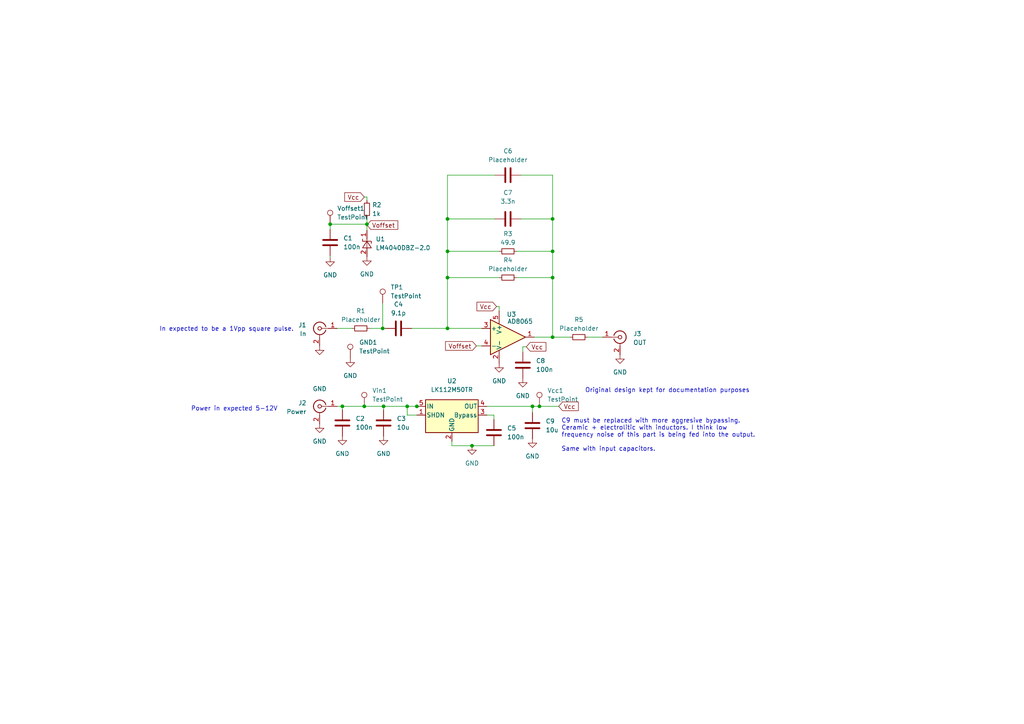
<source format=kicad_sch>
(kicad_sch (version 20230121) (generator eeschema)
  (paper "A4")
  (lib_symbols
    (symbol "Amplifier_Operational:ADA4610-1xRJ" (pin_names (offset 0.127))
      (property "Reference" "U" (at -1.27 6.35 0))
      (property "Value" "ADA4610-1xRJ" (at -1.27 3.81 0))
      (symbol "ADA4610-1xRJ_0_1"
        (polyline (pts (xy -5.08 5.08) (xy 5.08 0) (xy -5.08 -5.08) (xy -5.08 5.08)) (stroke (width 0.254)) (fill (type background)))
        (pin power_in line (at -2.54 -7.62 90) (length 3.81) (name "V-") (number "2"))
        (pin power_in line (at -2.54 7.62 270) (length 3.81) (name "V+") (number "5"))
      )
      (symbol "ADA4610-1xRJ_1_1"
        (pin output line (at 7.62 0 180) (length 2.54) (name "~") (number "1"))
        (pin input line (at -7.62 2.54 0) (length 2.54) (name "+") (number "3"))
        (pin input line (at -7.62 -2.54 0) (length 2.54) (name "-") (number "4"))
      )
    )
    (symbol "Connector:Conn_Coaxial" (pin_names (offset 1.016) hide)
      (property "Reference" "J" (at 0.254 3.048 0))
      (property "Value" "Conn_Coaxial" (at 2.921 0 90))
      (symbol "Conn_Coaxial_0_1"
        (arc (start -1.778 -0.508) (mid 0.2311 -1.8066) (end 1.778 0) (stroke (width 0.254)))
        (polyline (pts (xy -2.54 0) (xy -0.508 0)))
        (polyline (pts (xy 0 -2.54) (xy 0 -1.778)))
        (circle (center 0 0) (radius 0.508) (stroke (width 0.2032)))
        (arc (start 1.778 0) (mid 0.2099 1.8101) (end -1.778 0.508) (stroke (width 0.254)))
      )
      (symbol "Conn_Coaxial_1_1"
        (pin passive line (at -5.08 0 0) (length 2.54) (name "In") (number "1"))
        (pin passive line (at 0 -5.08 90) (length 2.54) (name "Ext") (number "2"))
      )
    )
    (symbol "Connector:TestPoint" (pin_numbers hide) (pin_names (offset 0.762) hide)
      (property "Reference" "TP" (at 0 6.858 0))
      (property "Value" "TestPoint" (at 0 5.08 0))
      (symbol "TestPoint_0_1"
        (circle (center 0 3.302) (radius 0.762))
      )
      (symbol "TestPoint_1_1"
        (pin passive line (at 0 0 90) (length 2.54) (name "1") (number "1"))
      )
    )
    (symbol "Device:C" (pin_numbers hide) (pin_names (offset 0.254))
      (property "Reference" "C" (at 0.635 2.54 0))
      (property "Value" "C" (at 0.635 -2.54 0))
      (symbol "C_0_1"
        (polyline (pts (xy -2.032 -0.762) (xy 2.032 -0.762)) (stroke (width 0.508)))
        (polyline (pts (xy -2.032 0.762) (xy 2.032 0.762)) (stroke (width 0.508)))
      )
      (symbol "C_1_1"
        (pin passive line (at 0 3.81 270) (length 2.794) (name "~") (number "1"))
        (pin passive line (at 0 -3.81 90) (length 2.794) (name "~") (number "2"))
      )
    )
    (symbol "Device:R_Small" (pin_numbers hide) (pin_names (offset 0.254) hide)
      (property "Reference" "R" (at 0.762 0.508 0))
      (property "Value" "R_Small" (at 0.762 -1.016 0))
      (symbol "R_Small_0_1"
        (rectangle (start -0.762 1.778) (end 0.762 -1.778) (stroke (width 0.2032)))
      )
      (symbol "R_Small_1_1"
        (pin passive line (at 0 2.54 270) (length 0.762) (name "~") (number "1"))
        (pin passive line (at 0 -2.54 90) (length 0.762) (name "~") (number "2"))
      )
    )
    (symbol "Reference_Voltage:LM4040DBZ-2.0" (pin_names (offset 0.0254) hide)
      (property "Reference" "U" (at 0 2.54 0))
      (property "Value" "LM4040DBZ-2.0" (at 0 -3.175 0))
      (symbol "LM4040DBZ-2.0_0_1"
        (polyline (pts (xy -1.27 0) (xy 0 0) (xy 1.27 0)))
        (polyline (pts (xy -1.27 -1.27) (xy 0.635 0) (xy -1.27 1.27) (xy -1.27 -1.27)) (stroke (width 0.2032)))
        (polyline (pts (xy 0 -1.27) (xy 0.635 -1.27) (xy 0.635 1.27) (xy 1.27 1.27)) (stroke (width 0.2032)))
      )
      (symbol "LM4040DBZ-2.0_1_1"
        (pin passive line (at 3.81 0 180) (length 2.54) (name "K") (number "1"))
        (pin passive line (at -3.81 0 0) (length 2.54) (name "A") (number "2"))
      )
    )
    (symbol "Regulator_Linear:LK112M50TR" (pin_names (offset 0.254))
      (property "Reference" "U" (at -6.35 5.715 0))
      (property "Value" "LK112M50TR" (at 0 5.715 0))
      (symbol "LK112M50TR_0_1"
        (rectangle (start -7.62 4.445) (end 7.62 -5.08) (stroke (width 0.254)) (fill (type background)))
      )
      (symbol "LK112M50TR_1_1"
        (pin input line (at -10.16 0 0) (length 2.54) (name "SHDN") (number "1"))
        (pin power_in line (at 0 -7.62 90) (length 2.54) (name "GND") (number "2"))
        (pin passive line (at 10.16 0 180) (length 2.54) (name "Bypass") (number "3"))
        (pin power_out line (at 10.16 2.54 180) (length 2.54) (name "OUT") (number "4"))
        (pin power_in line (at -10.16 2.54 0) (length 2.54) (name "IN") (number "5"))
      )
    )
    (symbol "power:GND" (power) (pin_names (offset 0))
      (property "Value" "GND" (at 0 -3.81 0))
      (symbol "GND_0_1"
        (polyline (pts (xy 0 0) (xy 0 -1.27) (xy 1.27 -1.27) (xy 0 -2.54) (xy -1.27 -1.27) (xy 0 -1.27)))
      )
      (symbol "GND_1_1"
        (pin power_in line (at 0 0 270) (length 0) hide (name "GND") (number "1"))
      )
    )
  )
  (junction (at 111.252 117.856))
  (junction (at 156.464 117.856))
  (junction (at 129.794 72.898))
  (junction (at 154.432 117.856))
  (junction (at 160.274 97.79))
  (junction (at 95.758 65.024))
  (junction (at 99.314 117.856))
  (junction (at 106.426 65.024))
  (junction (at 160.274 63.5))
  (junction (at 160.274 80.518))
  (junction (at 120.904 117.856))
  (junction (at 105.664 117.856))
  (junction (at 118.11 117.856))
  (junction (at 136.906 129.286))
  (junction (at 160.274 72.898))
  (junction (at 110.998 95.25))
  (junction (at 129.794 95.25))
  (junction (at 129.794 80.518))
  (junction (at 129.794 63.5))
  (wire (pts (xy 129.794 80.518) (xy 129.794 95.25)))
  (wire (pts (xy 160.274 72.898) (xy 160.274 80.518)))
  (wire (pts (xy 105.664 117.856) (xy 99.314 117.856)))
  (wire (pts (xy 120.904 120.396) (xy 118.11 120.396)))
  (wire (pts (xy 121.158 117.856) (xy 120.904 117.856)))
  (wire (pts (xy 97.79 95.25) (xy 102.108 95.25)))
  (wire (pts (xy 156.464 117.856) (xy 162.052 117.856)))
  (wire (pts (xy 106.426 65.024) (xy 106.426 66.802)))
  (wire (pts (xy 111.252 117.856) (xy 105.664 117.856)))
  (wire (pts (xy 144.78 88.9) (xy 144.78 90.17)))
  (wire (pts (xy 118.11 117.856) (xy 111.252 117.856)))
  (wire (pts (xy 160.274 97.79) (xy 165.354 97.79)))
  (wire (pts (xy 95.758 65.024) (xy 106.426 65.024)))
  (wire (pts (xy 129.794 63.5) (xy 129.794 72.898)))
  (wire (pts (xy 106.426 63.246) (xy 106.426 65.024)))
  (wire (pts (xy 143.256 121.666) (xy 143.256 120.396)))
  (wire (pts (xy 129.794 95.25) (xy 139.7 95.25)))
  (wire (pts (xy 151.638 100.584) (xy 152.654 100.584)))
  (wire (pts (xy 95.758 66.548) (xy 95.758 65.024)))
  (wire (pts (xy 110.998 95.25) (xy 111.76 95.25)))
  (wire (pts (xy 105.664 57.15) (xy 106.426 57.15)))
  (wire (pts (xy 160.274 63.5) (xy 160.274 72.898)))
  (wire (pts (xy 129.794 63.5) (xy 143.51 63.5)))
  (wire (pts (xy 129.794 80.518) (xy 144.78 80.518)))
  (wire (pts (xy 129.794 72.898) (xy 144.78 72.898)))
  (wire (pts (xy 129.794 50.8) (xy 129.794 63.5)))
  (wire (pts (xy 99.314 118.872) (xy 99.314 117.856)))
  (wire (pts (xy 149.86 72.898) (xy 160.274 72.898)))
  (wire (pts (xy 131.064 128.016) (xy 131.064 129.286)))
  (wire (pts (xy 121.158 118.11) (xy 121.158 117.856)))
  (wire (pts (xy 143.256 129.286) (xy 136.906 129.286)))
  (wire (pts (xy 119.38 95.25) (xy 129.794 95.25)))
  (wire (pts (xy 143.256 120.396) (xy 141.224 120.396)))
  (wire (pts (xy 120.904 117.856) (xy 118.11 117.856)))
  (wire (pts (xy 160.274 50.8) (xy 160.274 63.5)))
  (wire (pts (xy 129.794 72.898) (xy 129.794 80.518)))
  (wire (pts (xy 154.432 117.856) (xy 156.464 117.856)))
  (wire (pts (xy 138.176 100.33) (xy 139.7 100.33)))
  (wire (pts (xy 111.252 117.856) (xy 111.252 118.872)))
  (wire (pts (xy 149.86 80.518) (xy 160.274 80.518)))
  (wire (pts (xy 129.794 50.8) (xy 143.51 50.8)))
  (wire (pts (xy 160.274 97.79) (xy 154.94 97.79)))
  (wire (pts (xy 110.998 87.884) (xy 110.998 95.25)))
  (wire (pts (xy 151.638 100.584) (xy 151.638 102.108)))
  (wire (pts (xy 160.274 80.518) (xy 160.274 97.79)))
  (wire (pts (xy 144.018 88.9) (xy 144.78 88.9)))
  (wire (pts (xy 106.426 57.15) (xy 106.426 58.166)))
  (wire (pts (xy 151.13 50.8) (xy 160.274 50.8)))
  (wire (pts (xy 95.758 74.168) (xy 95.758 74.676)))
  (wire (pts (xy 151.13 63.5) (xy 160.274 63.5)))
  (wire (pts (xy 170.434 97.79) (xy 174.752 97.79)))
  (wire (pts (xy 118.11 120.396) (xy 118.11 117.856)))
  (wire (pts (xy 99.314 117.856) (xy 97.79 117.856)))
  (wire (pts (xy 136.906 129.286) (xy 131.064 129.286)))
  (wire (pts (xy 141.224 117.856) (xy 154.432 117.856)))
  (wire (pts (xy 107.188 95.25) (xy 110.998 95.25)))
  (wire (pts (xy 154.432 117.856) (xy 154.432 119.634)))
  (text "C9 must be replaced with more aggresive bypassing.\nCeramic + electrolitic with inductors. I think low\nfrequency noise of this part is being fed into the output.\n\nSame with input capacitors.\n" (at 162.814 131.064 0) (effects (font (size 1.27 1.27)) (justify left bottom)))
  (text "Original design kept for documentation purposes" (at 169.672 114.046 0) (effects (font (size 1.27 1.27)) (justify left bottom)))
  (text "Power in expected 5-12V" (at 55.372 119.38 0) (effects (font (size 1.27 1.27)) (justify left bottom)))
  (text "In expected to be a 1Vpp square pulse." (at 46.228 96.266 0) (effects (font (size 1.27 1.27)) (justify left bottom)))
  (global_label "Voffset" (shape input) (at 106.426 65.278 0) (property "Intersheetrefs" "${INTERSHEET_REFS}" (effects hide)))
  (global_label "Vcc" (shape input) (at 144.018 88.9 180) (property "Intersheetrefs" "${INTERSHEET_REFS}" (effects hide)))
  (global_label "Voffset" (shape input) (at 138.176 100.33 180) (property "Intersheetrefs" "${INTERSHEET_REFS}" (effects hide)))
  (global_label "Vcc" (shape input) (at 162.052 117.856 0) (property "Intersheetrefs" "${INTERSHEET_REFS}" (effects hide)))
  (global_label "Vcc" (shape input) (at 105.664 57.15 180) (property "Intersheetrefs" "${INTERSHEET_REFS}" (effects hide)))
  (global_label "Vcc" (shape input) (at 152.654 100.584 0) (property "Intersheetrefs" "${INTERSHEET_REFS}" (effects hide)))
  (symbol (lib_id "Connector:Conn_Coaxial") (at 92.71 117.856 0) (mirror y) (unit 1)
    (property "Reference" "J2" (at 88.9 116.8792 0) (effects (justify left)))
    (property "Value" "Power" (at 88.9 119.4192 0) (effects (justify left)))
    (property "Footprint" "Connector_Coaxial:SMA_Samtec_SMA-J-P-X-ST-EM1_EdgeMount" (effects hide))
    (property "Datasheet" " ~" (effects hide))
  )
  (symbol (lib_id "power:GND") (at 154.432 127.254 0) (unit 1)
    (property "Reference" "#PWR011" (effects hide))
    (property "Value" "GND" (at 154.432 132.334 0))
  )
  (symbol (lib_id "power:GND") (at 101.6 103.886 0) (unit 1)
    (property "Reference" "#PWR05" (effects hide))
    (property "Value" "GND" (at 101.6 108.966 0))
  )
  (symbol (lib_id "power:GND") (at 179.832 102.87 0) (unit 1)
    (property "Reference" "#PWR012" (effects hide))
    (property "Value" "GND" (at 179.832 107.95 0))
  )
  (symbol (lib_id "power:GND") (at 111.252 126.492 0) (unit 1)
    (property "Reference" "#PWR07" (effects hide))
    (property "Value" "GND" (at 111.252 131.572 0))
  )
  (symbol (lib_id "Reference_Voltage:LM4040DBZ-2.0") (at 106.426 70.612 90) (unit 1)
    (property "Reference" "U1" (at 108.966 69.342 90) (effects (justify right)))
    (property "Value" "LM4040DBZ-2.0" (at 108.966 71.882 90) (effects (justify right)))
    (property "Footprint" "Package_TO_SOT_SMD:SOT-23" (effects hide))
    (property "Datasheet" "http://www.ti.com/lit/ds/symlink/lm4040-n.pdf" (effects hide))
  )
  (symbol (lib_id "Device:R_Small") (at 104.648 95.25 90) (unit 1)
    (property "Reference" "R1" (at 104.648 90.17 90))
    (property "Value" "Placeholder" (at 104.648 92.71 90))
    (property "Footprint" "Resistor_SMD:R_1206_3216Metric_Pad1.30x1.75mm_HandSolder" (effects hide))
  )
  (symbol (lib_id "Device:C") (at 147.32 63.5 270) (unit 1)
    (property "Reference" "C7" (at 147.32 55.88 90))
    (property "Value" "3.3n" (at 147.32 58.42 90))
    (property "Footprint" "Capacitor_SMD:C_0603_1608Metric_Pad1.08x0.95mm_HandSolder" (effects hide))
    (property "Datasheet" "~https://www.digikey.ca/en/products/detail/kyocera-avx/08055A332KAT2A/6564242" (effects hide))
  )
  (symbol (lib_id "Connector:TestPoint") (at 95.758 65.024 0) (unit 1)
    (property "Reference" "Voffset1" (at 97.79 60.452 0) (effects (justify left)))
    (property "Value" "TestPoint" (at 97.79 62.992 0) (effects (justify left)))
    (property "Footprint" "TestPoint:TestPoint_Pad_D1.5mm" (effects hide))
  )
  (symbol (lib_id "Device:R_Small") (at 147.32 72.898 90) (unit 1)
    (property "Reference" "R3" (at 147.32 67.818 90))
    (property "Value" "49.9" (at 147.32 70.358 90))
    (property "Footprint" "Capacitor_SMD:C_0805_2012Metric_Pad1.18x1.45mm_HandSolder" (effects hide))
    (property "Datasheet" "https://www.digikey.ca/en/products/detail/stackpole-electronics-inc/RNCF0805TKW49R9/12806768" (effects hide))
  )
  (symbol (lib_id "Device:R_Small") (at 167.894 97.79 90) (unit 1)
    (property "Reference" "R5" (at 167.894 92.71 90))
    (property "Value" "Placeholder" (at 167.894 95.25 90))
    (property "Footprint" "Resistor_SMD:R_1206_3216Metric_Pad1.30x1.75mm_HandSolder" (effects hide))
  )
  (symbol (lib_id "power:GND") (at 136.906 129.286 0) (unit 1)
    (property "Reference" "#PWR08" (effects hide))
    (property "Value" "GND" (at 136.906 134.366 0))
  )
  (symbol (lib_id "Connector:TestPoint") (at 156.464 117.856 0) (unit 1)
    (property "Reference" "Vcc1" (at 158.75 113.284 0) (effects (justify left)))
    (property "Value" "TestPoint" (at 158.75 115.824 0) (effects (justify left)))
    (property "Footprint" "TestPoint:TestPoint_Pad_D1.5mm" (effects hide))
  )
  (symbol (lib_id "Device:C") (at 99.314 122.682 0) (unit 1)
    (property "Reference" "C2" (at 103.124 121.412 0) (effects (justify left)))
    (property "Value" "100n" (at 103.124 123.952 0) (effects (justify left)))
    (property "Footprint" "Capacitor_SMD:C_0603_1608Metric_Pad1.08x0.95mm_HandSolder" (effects hide))
  )
  (symbol (lib_id "Connector:TestPoint") (at 105.664 117.856 0) (unit 1)
    (property "Reference" "Vin1" (at 107.95 113.284 0) (effects (justify left)))
    (property "Value" "TestPoint" (at 107.95 115.824 0) (effects (justify left)))
    (property "Footprint" "TestPoint:TestPoint_Pad_D1.5mm" (effects hide))
  )
  (symbol (lib_id "Device:R_Small") (at 147.32 80.518 90) (unit 1)
    (property "Reference" "R4" (at 147.32 75.438 90))
    (property "Value" "Placeholder" (at 147.32 77.978 90))
    (property "Footprint" "Resistor_SMD:R_1206_3216Metric_Pad1.30x1.75mm_HandSolder" (effects hide))
  )
  (symbol (lib_id "Amplifier_Operational:ADA4610-1xRJ") (at 147.32 97.79 0) (unit 1)
    (property "Reference" "U3" (at 148.336 91.186 0))
    (property "Value" "AD8065" (at 150.876 93.218 0))
    (property "Footprint" "Package_TO_SOT_SMD:SOT-23-5" (effects hide))
    (property "Datasheet" "https://www.digikey.ca/en/products/detail/analog-devices-inc/AD8065ARTZ-REEL/671051" (effects hide))
  )
  (symbol (lib_id "Connector:Conn_Coaxial") (at 179.832 97.79 0) (unit 1)
    (property "Reference" "J3" (at 183.642 96.8132 0) (effects (justify left)))
    (property "Value" "OUT" (at 183.642 99.3532 0) (effects (justify left)))
    (property "Footprint" "Connector_Coaxial:SMA_Samtec_SMA-J-P-X-ST-EM1_EdgeMount" (effects hide))
    (property "Datasheet" " ~" (effects hide))
  )
  (symbol (lib_id "Connector:TestPoint") (at 110.998 87.884 0) (unit 1)
    (property "Reference" "TP1" (at 113.284 83.312 0) (effects (justify left)))
    (property "Value" "TestPoint" (at 113.284 85.852 0) (effects (justify left)))
    (property "Footprint" "TestPoint:TestPoint_Pad_D1.5mm" (effects hide))
  )
  (symbol (lib_id "Connector:Conn_Coaxial") (at 92.71 95.25 0) (mirror y) (unit 1)
    (property "Reference" "J1" (at 88.9 94.2732 0) (effects (justify left)))
    (property "Value" "In" (at 88.9 96.8132 0) (effects (justify left)))
    (property "Footprint" "Connector_Coaxial:SMA_Samtec_SMA-J-P-X-ST-EM1_EdgeMount" (effects hide))
    (property "Datasheet" " ~" (effects hide))
  )
  (symbol (lib_id "power:GND") (at 95.758 74.676 0) (unit 1)
    (property "Reference" "#PWR03" (effects hide))
    (property "Value" "GND" (at 95.758 79.756 0))
  )
  (symbol (lib_id "Device:C") (at 154.432 123.444 0) (unit 1)
    (property "Reference" "C9" (at 158.242 122.174 0) (effects (justify left)))
    (property "Value" "10u" (at 158.242 124.714 0) (effects (justify left)))
    (property "Footprint" "Capacitor_SMD:C_1206_3216Metric_Pad1.33x1.80mm_HandSolder" (effects hide))
  )
  (symbol (lib_id "power:GND") (at 106.426 74.422 0) (unit 1)
    (property "Reference" "#PWR06" (effects hide))
    (property "Value" "GND" (at 106.426 79.502 0))
  )
  (symbol (lib_id "power:GND") (at 92.71 100.33 0) (unit 1)
    (property "Reference" "#PWR01" (effects hide))
    (property "Value" "GND" (at 92.71 112.776 0))
  )
  (symbol (lib_id "Device:R_Small") (at 106.426 60.706 180) (unit 1)
    (property "Reference" "R2" (at 107.95 59.436 0) (effects (justify right)))
    (property "Value" "1k" (at 107.95 61.976 0) (effects (justify right)))
    (property "Footprint" "Resistor_SMD:R_0603_1608Metric_Pad0.98x0.95mm_HandSolder" (effects hide))
  )
  (symbol (lib_id "power:GND") (at 151.638 109.728 0) (unit 1)
    (property "Reference" "#PWR010" (effects hide))
    (property "Value" "GND" (at 151.638 114.808 0))
  )
  (symbol (lib_id "Device:C") (at 115.57 95.25 90) (unit 1)
    (property "Reference" "C4" (at 115.57 88.265 90))
    (property "Value" "9.1p" (at 115.57 90.805 90))
    (property "Footprint" "Capacitor_SMD:C_0402_1005Metric_Pad0.74x0.62mm_HandSolder" (effects hide))
    (property "Datasheet" "https://www.digikey.ca/en/products/detail/murata-electronics/GJM1555C1H9R1WB01D/2593205" (effects hide))
  )
  (symbol (lib_id "Device:C") (at 95.758 70.358 0) (unit 1)
    (property "Reference" "C1" (at 99.568 69.088 0) (effects (justify left)))
    (property "Value" "100n" (at 99.568 71.628 0) (effects (justify left)))
    (property "Footprint" "Capacitor_SMD:C_0603_1608Metric_Pad1.08x0.95mm_HandSolder" (effects hide))
  )
  (symbol (lib_id "power:GND") (at 99.314 126.492 0) (unit 1)
    (property "Reference" "#PWR04" (effects hide))
    (property "Value" "GND" (at 99.314 131.572 0))
  )
  (symbol (lib_id "Device:C") (at 147.32 50.8 90) (unit 1)
    (property "Reference" "C6" (at 147.32 43.815 90))
    (property "Value" "Placeholder" (at 147.32 46.355 90))
    (property "Footprint" "Capacitor_SMD:C_0603_1608Metric_Pad1.08x0.95mm_HandSolder" (effects hide))
  )
  (symbol (lib_id "Device:C") (at 143.256 125.476 0) (unit 1)
    (property "Reference" "C5" (at 147.066 124.206 0) (effects (justify left)))
    (property "Value" "100n" (at 147.066 126.746 0) (effects (justify left)))
    (property "Footprint" "Capacitor_SMD:C_0603_1608Metric_Pad1.08x0.95mm_HandSolder" (effects hide))
  )
  (symbol (lib_id "Regulator_Linear:LK112M50TR") (at 131.064 120.396 0) (unit 1)
    (property "Reference" "U2" (at 131.064 110.49 0))
    (property "Value" "LK112M50TR" (at 131.064 113.03 0))
    (property "Footprint" "Package_TO_SOT_SMD:SOT-23-5" (effects hide))
    (property "Datasheet" "https://www.st.com/resource/ja/datasheet/lk112.pdf" (effects hide))
  )
  (symbol (lib_id "power:GND") (at 92.71 122.936 0) (unit 1)
    (property "Reference" "#PWR02" (effects hide))
    (property "Value" "GND" (at 92.71 128.016 0))
  )
  (symbol (lib_id "power:GND") (at 144.78 105.41 0) (unit 1)
    (property "Reference" "#PWR09" (effects hide))
    (property "Value" "GND" (at 144.78 110.49 0))
  )
  (symbol (lib_id "Connector:TestPoint") (at 101.6 103.886 0) (unit 1)
    (property "Reference" "GND1" (at 104.14 99.314 0) (effects (justify left)))
    (property "Value" "TestPoint" (at 104.14 101.854 0) (effects (justify left)))
    (property "Footprint" "TestPoint:TestPoint_Pad_D1.5mm" (effects hide))
  )
  (symbol (lib_id "Device:C") (at 111.252 122.682 0) (unit 1)
    (property "Reference" "C3" (at 115.062 121.412 0) (effects (justify left)))
    (property "Value" "10u" (at 115.062 123.952 0) (effects (justify left)))
    (property "Footprint" "Capacitor_SMD:C_1206_3216Metric_Pad1.33x1.80mm_HandSolder" (effects hide))
  )
  (symbol (lib_id "Device:C") (at 151.638 105.918 0) (unit 1)
    (property "Reference" "C8" (at 155.448 104.648 0) (effects (justify left)))
    (property "Value" "100n" (at 155.448 107.188 0) (effects (justify left)))
    (property "Footprint" "Capacitor_SMD:C_0603_1608Metric_Pad1.08x0.95mm_HandSolder" (effects hide))
  )
)
</source>
